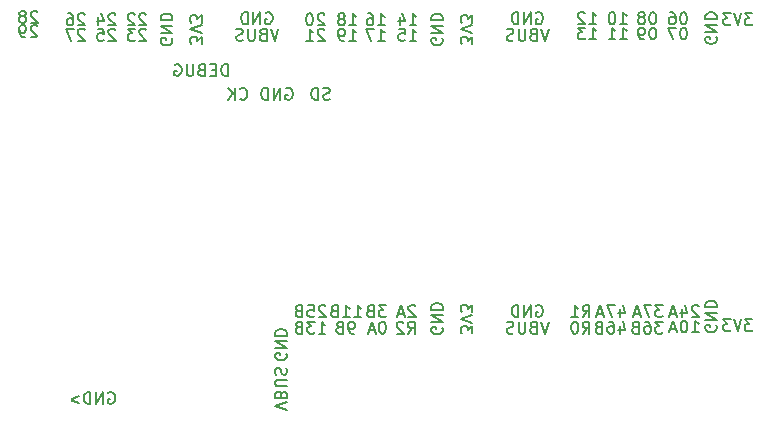
<source format=gbo>
G04 #@! TF.GenerationSoftware,KiCad,Pcbnew,(6.0.7)*
G04 #@! TF.CreationDate,2022-09-05T12:55:51-07:00*
G04 #@! TF.ProjectId,ice2040,69636532-3034-4302-9e6b-696361645f70,1*
G04 #@! TF.SameCoordinates,Original*
G04 #@! TF.FileFunction,Legend,Bot*
G04 #@! TF.FilePolarity,Positive*
%FSLAX46Y46*%
G04 Gerber Fmt 4.6, Leading zero omitted, Abs format (unit mm)*
G04 Created by KiCad (PCBNEW (6.0.7)) date 2022-09-05 12:55:51*
%MOMM*%
%LPD*%
G01*
G04 APERTURE LIST*
%ADD10C,0.150000*%
%ADD11C,0.127000*%
%ADD12C,1.450000*%
%ADD13O,1.200000X1.900000*%
%ADD14R,1.700000X1.700000*%
%ADD15O,1.700000X1.700000*%
%ADD16C,2.200000*%
%ADD17O,1.900000X1.200000*%
G04 APERTURE END LIST*
D10*
X131981904Y-94380000D02*
X132077142Y-94332380D01*
X132220000Y-94332380D01*
X132362857Y-94380000D01*
X132458095Y-94475238D01*
X132505714Y-94570476D01*
X132553333Y-94760952D01*
X132553333Y-94903809D01*
X132505714Y-95094285D01*
X132458095Y-95189523D01*
X132362857Y-95284761D01*
X132220000Y-95332380D01*
X132124761Y-95332380D01*
X131981904Y-95284761D01*
X131934285Y-95237142D01*
X131934285Y-94903809D01*
X132124761Y-94903809D01*
X131505714Y-95332380D02*
X131505714Y-94332380D01*
X130934285Y-95332380D01*
X130934285Y-94332380D01*
X130458095Y-95332380D02*
X130458095Y-94332380D01*
X130220000Y-94332380D01*
X130077142Y-94380000D01*
X129981904Y-94475238D01*
X129934285Y-94570476D01*
X129886666Y-94760952D01*
X129886666Y-94903809D01*
X129934285Y-95094285D01*
X129981904Y-95189523D01*
X130077142Y-95284761D01*
X130220000Y-95332380D01*
X130458095Y-95332380D01*
X157660595Y-90232380D02*
X158232023Y-90232380D01*
X157946309Y-90232380D02*
X157946309Y-89232380D01*
X158041547Y-89375238D01*
X158136785Y-89470476D01*
X158232023Y-89518095D01*
X157327261Y-89232380D02*
X156708214Y-89232380D01*
X157041547Y-89613333D01*
X156898690Y-89613333D01*
X156803452Y-89660952D01*
X156755833Y-89708571D01*
X156708214Y-89803809D01*
X156708214Y-90041904D01*
X156755833Y-90137142D01*
X156803452Y-90184761D01*
X156898690Y-90232380D01*
X157184404Y-90232380D01*
X157279642Y-90184761D01*
X157327261Y-90137142D01*
X139760595Y-90332380D02*
X140332023Y-90332380D01*
X140046309Y-90332380D02*
X140046309Y-89332380D01*
X140141547Y-89475238D01*
X140236785Y-89570476D01*
X140332023Y-89618095D01*
X139427261Y-89332380D02*
X138760595Y-89332380D01*
X139189166Y-90332380D01*
X117532023Y-88127619D02*
X117484404Y-88080000D01*
X117389166Y-88032380D01*
X117151071Y-88032380D01*
X117055833Y-88080000D01*
X117008214Y-88127619D01*
X116960595Y-88222857D01*
X116960595Y-88318095D01*
X117008214Y-88460952D01*
X117579642Y-89032380D01*
X116960595Y-89032380D01*
X116103452Y-88365714D02*
X116103452Y-89032380D01*
X116341547Y-87984761D02*
X116579642Y-88699047D01*
X115960595Y-88699047D01*
X153181904Y-87980000D02*
X153277142Y-87932380D01*
X153420000Y-87932380D01*
X153562857Y-87980000D01*
X153658095Y-88075238D01*
X153705714Y-88170476D01*
X153753333Y-88360952D01*
X153753333Y-88503809D01*
X153705714Y-88694285D01*
X153658095Y-88789523D01*
X153562857Y-88884761D01*
X153420000Y-88932380D01*
X153324761Y-88932380D01*
X153181904Y-88884761D01*
X153134285Y-88837142D01*
X153134285Y-88503809D01*
X153324761Y-88503809D01*
X152705714Y-88932380D02*
X152705714Y-87932380D01*
X152134285Y-88932380D01*
X152134285Y-87932380D01*
X151658095Y-88932380D02*
X151658095Y-87932380D01*
X151420000Y-87932380D01*
X151277142Y-87980000D01*
X151181904Y-88075238D01*
X151134285Y-88170476D01*
X151086666Y-88360952D01*
X151086666Y-88503809D01*
X151134285Y-88694285D01*
X151181904Y-88789523D01*
X151277142Y-88884761D01*
X151420000Y-88932380D01*
X151658095Y-88932380D01*
X157660595Y-88932380D02*
X158232023Y-88932380D01*
X157946309Y-88932380D02*
X157946309Y-87932380D01*
X158041547Y-88075238D01*
X158136785Y-88170476D01*
X158232023Y-88218095D01*
X157279642Y-88027619D02*
X157232023Y-87980000D01*
X157136785Y-87932380D01*
X156898690Y-87932380D01*
X156803452Y-87980000D01*
X156755833Y-88027619D01*
X156708214Y-88122857D01*
X156708214Y-88218095D01*
X156755833Y-88360952D01*
X157327261Y-88932380D01*
X156708214Y-88932380D01*
X163879642Y-114132380D02*
X163260595Y-114132380D01*
X163593928Y-114513333D01*
X163451071Y-114513333D01*
X163355833Y-114560952D01*
X163308214Y-114608571D01*
X163260595Y-114703809D01*
X163260595Y-114941904D01*
X163308214Y-115037142D01*
X163355833Y-115084761D01*
X163451071Y-115132380D01*
X163736785Y-115132380D01*
X163832023Y-115084761D01*
X163879642Y-115037142D01*
X162403452Y-114132380D02*
X162593928Y-114132380D01*
X162689166Y-114180000D01*
X162736785Y-114227619D01*
X162832023Y-114370476D01*
X162879642Y-114560952D01*
X162879642Y-114941904D01*
X162832023Y-115037142D01*
X162784404Y-115084761D01*
X162689166Y-115132380D01*
X162498690Y-115132380D01*
X162403452Y-115084761D01*
X162355833Y-115037142D01*
X162308214Y-114941904D01*
X162308214Y-114703809D01*
X162355833Y-114608571D01*
X162403452Y-114560952D01*
X162498690Y-114513333D01*
X162689166Y-114513333D01*
X162784404Y-114560952D01*
X162832023Y-114608571D01*
X162879642Y-114703809D01*
X161546309Y-114608571D02*
X161403452Y-114656190D01*
X161355833Y-114703809D01*
X161308214Y-114799047D01*
X161308214Y-114941904D01*
X161355833Y-115037142D01*
X161403452Y-115084761D01*
X161498690Y-115132380D01*
X161879642Y-115132380D01*
X161879642Y-114132380D01*
X161546309Y-114132380D01*
X161451071Y-114180000D01*
X161403452Y-114227619D01*
X161355833Y-114322857D01*
X161355833Y-114418095D01*
X161403452Y-114513333D01*
X161451071Y-114560952D01*
X161546309Y-114608571D01*
X161879642Y-114608571D01*
X163879642Y-112732380D02*
X163260595Y-112732380D01*
X163593928Y-113113333D01*
X163451071Y-113113333D01*
X163355833Y-113160952D01*
X163308214Y-113208571D01*
X163260595Y-113303809D01*
X163260595Y-113541904D01*
X163308214Y-113637142D01*
X163355833Y-113684761D01*
X163451071Y-113732380D01*
X163736785Y-113732380D01*
X163832023Y-113684761D01*
X163879642Y-113637142D01*
X162927261Y-112732380D02*
X162260595Y-112732380D01*
X162689166Y-113732380D01*
X161927261Y-113446666D02*
X161451071Y-113446666D01*
X162022500Y-113732380D02*
X161689166Y-112732380D01*
X161355833Y-113732380D01*
X124867619Y-90618095D02*
X124867619Y-89999047D01*
X124486666Y-90332380D01*
X124486666Y-90189523D01*
X124439047Y-90094285D01*
X124391428Y-90046666D01*
X124296190Y-89999047D01*
X124058095Y-89999047D01*
X123962857Y-90046666D01*
X123915238Y-90094285D01*
X123867619Y-90189523D01*
X123867619Y-90475238D01*
X123915238Y-90570476D01*
X123962857Y-90618095D01*
X124867619Y-89713333D02*
X123867619Y-89380000D01*
X124867619Y-89046666D01*
X124867619Y-88808571D02*
X124867619Y-88189523D01*
X124486666Y-88522857D01*
X124486666Y-88380000D01*
X124439047Y-88284761D01*
X124391428Y-88237142D01*
X124296190Y-88189523D01*
X124058095Y-88189523D01*
X123962857Y-88237142D01*
X123915238Y-88284761D01*
X123867619Y-88380000D01*
X123867619Y-88665714D01*
X123915238Y-88760952D01*
X123962857Y-88808571D01*
X147767619Y-90618095D02*
X147767619Y-89999047D01*
X147386666Y-90332380D01*
X147386666Y-90189523D01*
X147339047Y-90094285D01*
X147291428Y-90046666D01*
X147196190Y-89999047D01*
X146958095Y-89999047D01*
X146862857Y-90046666D01*
X146815238Y-90094285D01*
X146767619Y-90189523D01*
X146767619Y-90475238D01*
X146815238Y-90570476D01*
X146862857Y-90618095D01*
X147767619Y-89713333D02*
X146767619Y-89380000D01*
X147767619Y-89046666D01*
X147767619Y-88808571D02*
X147767619Y-88189523D01*
X147386666Y-88522857D01*
X147386666Y-88380000D01*
X147339047Y-88284761D01*
X147291428Y-88237142D01*
X147196190Y-88189523D01*
X146958095Y-88189523D01*
X146862857Y-88237142D01*
X146815238Y-88284761D01*
X146767619Y-88380000D01*
X146767619Y-88665714D01*
X146815238Y-88760952D01*
X146862857Y-88808571D01*
X154253333Y-114132380D02*
X153920000Y-115132380D01*
X153586666Y-114132380D01*
X152920000Y-114608571D02*
X152777142Y-114656190D01*
X152729523Y-114703809D01*
X152681904Y-114799047D01*
X152681904Y-114941904D01*
X152729523Y-115037142D01*
X152777142Y-115084761D01*
X152872380Y-115132380D01*
X153253333Y-115132380D01*
X153253333Y-114132380D01*
X152920000Y-114132380D01*
X152824761Y-114180000D01*
X152777142Y-114227619D01*
X152729523Y-114322857D01*
X152729523Y-114418095D01*
X152777142Y-114513333D01*
X152824761Y-114560952D01*
X152920000Y-114608571D01*
X153253333Y-114608571D01*
X152253333Y-114132380D02*
X152253333Y-114941904D01*
X152205714Y-115037142D01*
X152158095Y-115084761D01*
X152062857Y-115132380D01*
X151872380Y-115132380D01*
X151777142Y-115084761D01*
X151729523Y-115037142D01*
X151681904Y-114941904D01*
X151681904Y-114132380D01*
X151253333Y-115084761D02*
X151110476Y-115132380D01*
X150872380Y-115132380D01*
X150777142Y-115084761D01*
X150729523Y-115037142D01*
X150681904Y-114941904D01*
X150681904Y-114846666D01*
X150729523Y-114751428D01*
X150777142Y-114703809D01*
X150872380Y-114656190D01*
X151062857Y-114608571D01*
X151158095Y-114560952D01*
X151205714Y-114513333D01*
X151253333Y-114418095D01*
X151253333Y-114322857D01*
X151205714Y-114227619D01*
X151158095Y-114180000D01*
X151062857Y-114132380D01*
X150824761Y-114132380D01*
X150681904Y-114180000D01*
X114932023Y-88127619D02*
X114884404Y-88080000D01*
X114789166Y-88032380D01*
X114551071Y-88032380D01*
X114455833Y-88080000D01*
X114408214Y-88127619D01*
X114360595Y-88222857D01*
X114360595Y-88318095D01*
X114408214Y-88460952D01*
X114979642Y-89032380D01*
X114360595Y-89032380D01*
X113503452Y-88032380D02*
X113693928Y-88032380D01*
X113789166Y-88080000D01*
X113836785Y-88127619D01*
X113932023Y-88270476D01*
X113979642Y-88460952D01*
X113979642Y-88841904D01*
X113932023Y-88937142D01*
X113884404Y-88984761D01*
X113789166Y-89032380D01*
X113598690Y-89032380D01*
X113503452Y-88984761D01*
X113455833Y-88937142D01*
X113408214Y-88841904D01*
X113408214Y-88603809D01*
X113455833Y-88508571D01*
X113503452Y-88460952D01*
X113598690Y-88413333D01*
X113789166Y-88413333D01*
X113884404Y-88460952D01*
X113932023Y-88508571D01*
X113979642Y-88603809D01*
X157112976Y-115132380D02*
X157446309Y-114656190D01*
X157684404Y-115132380D02*
X157684404Y-114132380D01*
X157303452Y-114132380D01*
X157208214Y-114180000D01*
X157160595Y-114227619D01*
X157112976Y-114322857D01*
X157112976Y-114465714D01*
X157160595Y-114560952D01*
X157208214Y-114608571D01*
X157303452Y-114656190D01*
X157684404Y-114656190D01*
X156493928Y-114132380D02*
X156398690Y-114132380D01*
X156303452Y-114180000D01*
X156255833Y-114227619D01*
X156208214Y-114322857D01*
X156160595Y-114513333D01*
X156160595Y-114751428D01*
X156208214Y-114941904D01*
X156255833Y-115037142D01*
X156303452Y-115084761D01*
X156398690Y-115132380D01*
X156493928Y-115132380D01*
X156589166Y-115084761D01*
X156636785Y-115037142D01*
X156684404Y-114941904D01*
X156732023Y-114751428D01*
X156732023Y-114513333D01*
X156684404Y-114322857D01*
X156636785Y-114227619D01*
X156589166Y-114180000D01*
X156493928Y-114132380D01*
X160260595Y-90232380D02*
X160832023Y-90232380D01*
X160546309Y-90232380D02*
X160546309Y-89232380D01*
X160641547Y-89375238D01*
X160736785Y-89470476D01*
X160832023Y-89518095D01*
X159308214Y-90232380D02*
X159879642Y-90232380D01*
X159593928Y-90232380D02*
X159593928Y-89232380D01*
X159689166Y-89375238D01*
X159784404Y-89470476D01*
X159879642Y-89518095D01*
X168420000Y-90041904D02*
X168467619Y-90137142D01*
X168467619Y-90280000D01*
X168420000Y-90422857D01*
X168324761Y-90518095D01*
X168229523Y-90565714D01*
X168039047Y-90613333D01*
X167896190Y-90613333D01*
X167705714Y-90565714D01*
X167610476Y-90518095D01*
X167515238Y-90422857D01*
X167467619Y-90280000D01*
X167467619Y-90184761D01*
X167515238Y-90041904D01*
X167562857Y-89994285D01*
X167896190Y-89994285D01*
X167896190Y-90184761D01*
X167467619Y-89565714D02*
X168467619Y-89565714D01*
X167467619Y-88994285D01*
X168467619Y-88994285D01*
X167467619Y-88518095D02*
X168467619Y-88518095D01*
X168467619Y-88280000D01*
X168420000Y-88137142D01*
X168324761Y-88041904D01*
X168229523Y-87994285D01*
X168039047Y-87946666D01*
X167896190Y-87946666D01*
X167705714Y-87994285D01*
X167610476Y-88041904D01*
X167515238Y-88137142D01*
X167467619Y-88280000D01*
X167467619Y-88518095D01*
X142312976Y-115132380D02*
X142646309Y-114656190D01*
X142884404Y-115132380D02*
X142884404Y-114132380D01*
X142503452Y-114132380D01*
X142408214Y-114180000D01*
X142360595Y-114227619D01*
X142312976Y-114322857D01*
X142312976Y-114465714D01*
X142360595Y-114560952D01*
X142408214Y-114608571D01*
X142503452Y-114656190D01*
X142884404Y-114656190D01*
X141932023Y-114227619D02*
X141884404Y-114180000D01*
X141789166Y-114132380D01*
X141551071Y-114132380D01*
X141455833Y-114180000D01*
X141408214Y-114227619D01*
X141360595Y-114322857D01*
X141360595Y-114418095D01*
X141408214Y-114560952D01*
X141979642Y-115132380D01*
X141360595Y-115132380D01*
X132067619Y-121613333D02*
X131067619Y-121280000D01*
X132067619Y-120946666D01*
X131591428Y-120280000D02*
X131543809Y-120137142D01*
X131496190Y-120089523D01*
X131400952Y-120041904D01*
X131258095Y-120041904D01*
X131162857Y-120089523D01*
X131115238Y-120137142D01*
X131067619Y-120232380D01*
X131067619Y-120613333D01*
X132067619Y-120613333D01*
X132067619Y-120280000D01*
X132020000Y-120184761D01*
X131972380Y-120137142D01*
X131877142Y-120089523D01*
X131781904Y-120089523D01*
X131686666Y-120137142D01*
X131639047Y-120184761D01*
X131591428Y-120280000D01*
X131591428Y-120613333D01*
X132067619Y-119613333D02*
X131258095Y-119613333D01*
X131162857Y-119565714D01*
X131115238Y-119518095D01*
X131067619Y-119422857D01*
X131067619Y-119232380D01*
X131115238Y-119137142D01*
X131162857Y-119089523D01*
X131258095Y-119041904D01*
X132067619Y-119041904D01*
X131115238Y-118613333D02*
X131067619Y-118470476D01*
X131067619Y-118232380D01*
X131115238Y-118137142D01*
X131162857Y-118089523D01*
X131258095Y-118041904D01*
X131353333Y-118041904D01*
X131448571Y-118089523D01*
X131496190Y-118137142D01*
X131543809Y-118232380D01*
X131591428Y-118422857D01*
X131639047Y-118518095D01*
X131686666Y-118565714D01*
X131781904Y-118613333D01*
X131877142Y-118613333D01*
X131972380Y-118565714D01*
X132020000Y-118518095D01*
X132067619Y-118422857D01*
X132067619Y-118184761D01*
X132020000Y-118041904D01*
X122320000Y-90141904D02*
X122367619Y-90237142D01*
X122367619Y-90380000D01*
X122320000Y-90522857D01*
X122224761Y-90618095D01*
X122129523Y-90665714D01*
X121939047Y-90713333D01*
X121796190Y-90713333D01*
X121605714Y-90665714D01*
X121510476Y-90618095D01*
X121415238Y-90522857D01*
X121367619Y-90380000D01*
X121367619Y-90284761D01*
X121415238Y-90141904D01*
X121462857Y-90094285D01*
X121796190Y-90094285D01*
X121796190Y-90284761D01*
X121367619Y-89665714D02*
X122367619Y-89665714D01*
X121367619Y-89094285D01*
X122367619Y-89094285D01*
X121367619Y-88618095D02*
X122367619Y-88618095D01*
X122367619Y-88380000D01*
X122320000Y-88237142D01*
X122224761Y-88141904D01*
X122129523Y-88094285D01*
X121939047Y-88046666D01*
X121796190Y-88046666D01*
X121605714Y-88094285D01*
X121510476Y-88141904D01*
X121415238Y-88237142D01*
X121367619Y-88380000D01*
X121367619Y-88618095D01*
X135705714Y-95284761D02*
X135562857Y-95332380D01*
X135324761Y-95332380D01*
X135229523Y-95284761D01*
X135181904Y-95237142D01*
X135134285Y-95141904D01*
X135134285Y-95046666D01*
X135181904Y-94951428D01*
X135229523Y-94903809D01*
X135324761Y-94856190D01*
X135515238Y-94808571D01*
X135610476Y-94760952D01*
X135658095Y-94713333D01*
X135705714Y-94618095D01*
X135705714Y-94522857D01*
X135658095Y-94427619D01*
X135610476Y-94380000D01*
X135515238Y-94332380D01*
X135277142Y-94332380D01*
X135134285Y-94380000D01*
X134705714Y-95332380D02*
X134705714Y-94332380D01*
X134467619Y-94332380D01*
X134324761Y-94380000D01*
X134229523Y-94475238D01*
X134181904Y-94570476D01*
X134134285Y-94760952D01*
X134134285Y-94903809D01*
X134181904Y-95094285D01*
X134229523Y-95189523D01*
X134324761Y-95284761D01*
X134467619Y-95332380D01*
X134705714Y-95332380D01*
X127058095Y-93332380D02*
X127058095Y-92332380D01*
X126820000Y-92332380D01*
X126677142Y-92380000D01*
X126581904Y-92475238D01*
X126534285Y-92570476D01*
X126486666Y-92760952D01*
X126486666Y-92903809D01*
X126534285Y-93094285D01*
X126581904Y-93189523D01*
X126677142Y-93284761D01*
X126820000Y-93332380D01*
X127058095Y-93332380D01*
X126058095Y-92808571D02*
X125724761Y-92808571D01*
X125581904Y-93332380D02*
X126058095Y-93332380D01*
X126058095Y-92332380D01*
X125581904Y-92332380D01*
X124820000Y-92808571D02*
X124677142Y-92856190D01*
X124629523Y-92903809D01*
X124581904Y-92999047D01*
X124581904Y-93141904D01*
X124629523Y-93237142D01*
X124677142Y-93284761D01*
X124772380Y-93332380D01*
X125153333Y-93332380D01*
X125153333Y-92332380D01*
X124820000Y-92332380D01*
X124724761Y-92380000D01*
X124677142Y-92427619D01*
X124629523Y-92522857D01*
X124629523Y-92618095D01*
X124677142Y-92713333D01*
X124724761Y-92760952D01*
X124820000Y-92808571D01*
X125153333Y-92808571D01*
X124153333Y-92332380D02*
X124153333Y-93141904D01*
X124105714Y-93237142D01*
X124058095Y-93284761D01*
X123962857Y-93332380D01*
X123772380Y-93332380D01*
X123677142Y-93284761D01*
X123629523Y-93237142D01*
X123581904Y-93141904D01*
X123581904Y-92332380D01*
X122581904Y-92380000D02*
X122677142Y-92332380D01*
X122820000Y-92332380D01*
X122962857Y-92380000D01*
X123058095Y-92475238D01*
X123105714Y-92570476D01*
X123153333Y-92760952D01*
X123153333Y-92903809D01*
X123105714Y-93094285D01*
X123058095Y-93189523D01*
X122962857Y-93284761D01*
X122820000Y-93332380D01*
X122724761Y-93332380D01*
X122581904Y-93284761D01*
X122534285Y-93237142D01*
X122534285Y-92903809D01*
X122724761Y-92903809D01*
X137360595Y-90332380D02*
X137932023Y-90332380D01*
X137646309Y-90332380D02*
X137646309Y-89332380D01*
X137741547Y-89475238D01*
X137836785Y-89570476D01*
X137932023Y-89618095D01*
X136884404Y-90332380D02*
X136693928Y-90332380D01*
X136598690Y-90284761D01*
X136551071Y-90237142D01*
X136455833Y-90094285D01*
X136408214Y-89903809D01*
X136408214Y-89522857D01*
X136455833Y-89427619D01*
X136503452Y-89380000D01*
X136598690Y-89332380D01*
X136789166Y-89332380D01*
X136884404Y-89380000D01*
X136932023Y-89427619D01*
X136979642Y-89522857D01*
X136979642Y-89760952D01*
X136932023Y-89856190D01*
X136884404Y-89903809D01*
X136789166Y-89951428D01*
X136598690Y-89951428D01*
X136503452Y-89903809D01*
X136455833Y-89856190D01*
X136408214Y-89760952D01*
X165693928Y-89232380D02*
X165598690Y-89232380D01*
X165503452Y-89280000D01*
X165455833Y-89327619D01*
X165408214Y-89422857D01*
X165360595Y-89613333D01*
X165360595Y-89851428D01*
X165408214Y-90041904D01*
X165455833Y-90137142D01*
X165503452Y-90184761D01*
X165598690Y-90232380D01*
X165693928Y-90232380D01*
X165789166Y-90184761D01*
X165836785Y-90137142D01*
X165884404Y-90041904D01*
X165932023Y-89851428D01*
X165932023Y-89613333D01*
X165884404Y-89422857D01*
X165836785Y-89327619D01*
X165789166Y-89280000D01*
X165693928Y-89232380D01*
X165027261Y-89232380D02*
X164360595Y-89232380D01*
X164789166Y-90232380D01*
X117532023Y-89427619D02*
X117484404Y-89380000D01*
X117389166Y-89332380D01*
X117151071Y-89332380D01*
X117055833Y-89380000D01*
X117008214Y-89427619D01*
X116960595Y-89522857D01*
X116960595Y-89618095D01*
X117008214Y-89760952D01*
X117579642Y-90332380D01*
X116960595Y-90332380D01*
X116055833Y-89332380D02*
X116532023Y-89332380D01*
X116579642Y-89808571D01*
X116532023Y-89760952D01*
X116436785Y-89713333D01*
X116198690Y-89713333D01*
X116103452Y-89760952D01*
X116055833Y-89808571D01*
X116008214Y-89903809D01*
X116008214Y-90141904D01*
X116055833Y-90237142D01*
X116103452Y-90284761D01*
X116198690Y-90332380D01*
X116436785Y-90332380D01*
X116532023Y-90284761D01*
X116579642Y-90237142D01*
X110932023Y-87927619D02*
X110884404Y-87880000D01*
X110789166Y-87832380D01*
X110551071Y-87832380D01*
X110455833Y-87880000D01*
X110408214Y-87927619D01*
X110360595Y-88022857D01*
X110360595Y-88118095D01*
X110408214Y-88260952D01*
X110979642Y-88832380D01*
X110360595Y-88832380D01*
X109789166Y-88260952D02*
X109884404Y-88213333D01*
X109932023Y-88165714D01*
X109979642Y-88070476D01*
X109979642Y-88022857D01*
X109932023Y-87927619D01*
X109884404Y-87880000D01*
X109789166Y-87832380D01*
X109598690Y-87832380D01*
X109503452Y-87880000D01*
X109455833Y-87927619D01*
X109408214Y-88022857D01*
X109408214Y-88070476D01*
X109455833Y-88165714D01*
X109503452Y-88213333D01*
X109598690Y-88260952D01*
X109789166Y-88260952D01*
X109884404Y-88308571D01*
X109932023Y-88356190D01*
X109979642Y-88451428D01*
X109979642Y-88641904D01*
X109932023Y-88737142D01*
X109884404Y-88784761D01*
X109789166Y-88832380D01*
X109598690Y-88832380D01*
X109503452Y-88784761D01*
X109455833Y-88737142D01*
X109408214Y-88641904D01*
X109408214Y-88451428D01*
X109455833Y-88356190D01*
X109503452Y-88308571D01*
X109598690Y-88260952D01*
X145220000Y-90141904D02*
X145267619Y-90237142D01*
X145267619Y-90380000D01*
X145220000Y-90522857D01*
X145124761Y-90618095D01*
X145029523Y-90665714D01*
X144839047Y-90713333D01*
X144696190Y-90713333D01*
X144505714Y-90665714D01*
X144410476Y-90618095D01*
X144315238Y-90522857D01*
X144267619Y-90380000D01*
X144267619Y-90284761D01*
X144315238Y-90141904D01*
X144362857Y-90094285D01*
X144696190Y-90094285D01*
X144696190Y-90284761D01*
X144267619Y-89665714D02*
X145267619Y-89665714D01*
X144267619Y-89094285D01*
X145267619Y-89094285D01*
X144267619Y-88618095D02*
X145267619Y-88618095D01*
X145267619Y-88380000D01*
X145220000Y-88237142D01*
X145124761Y-88141904D01*
X145029523Y-88094285D01*
X144839047Y-88046666D01*
X144696190Y-88046666D01*
X144505714Y-88094285D01*
X144410476Y-88141904D01*
X144315238Y-88237142D01*
X144267619Y-88380000D01*
X144267619Y-88618095D01*
X110932023Y-89127619D02*
X110884404Y-89080000D01*
X110789166Y-89032380D01*
X110551071Y-89032380D01*
X110455833Y-89080000D01*
X110408214Y-89127619D01*
X110360595Y-89222857D01*
X110360595Y-89318095D01*
X110408214Y-89460952D01*
X110979642Y-90032380D01*
X110360595Y-90032380D01*
X109884404Y-90032380D02*
X109693928Y-90032380D01*
X109598690Y-89984761D01*
X109551071Y-89937142D01*
X109455833Y-89794285D01*
X109408214Y-89603809D01*
X109408214Y-89222857D01*
X109455833Y-89127619D01*
X109503452Y-89080000D01*
X109598690Y-89032380D01*
X109789166Y-89032380D01*
X109884404Y-89080000D01*
X109932023Y-89127619D01*
X109979642Y-89222857D01*
X109979642Y-89460952D01*
X109932023Y-89556190D01*
X109884404Y-89603809D01*
X109789166Y-89651428D01*
X109598690Y-89651428D01*
X109503452Y-89603809D01*
X109455833Y-89556190D01*
X109408214Y-89460952D01*
X132020000Y-116841904D02*
X132067619Y-116937142D01*
X132067619Y-117080000D01*
X132020000Y-117222857D01*
X131924761Y-117318095D01*
X131829523Y-117365714D01*
X131639047Y-117413333D01*
X131496190Y-117413333D01*
X131305714Y-117365714D01*
X131210476Y-117318095D01*
X131115238Y-117222857D01*
X131067619Y-117080000D01*
X131067619Y-116984761D01*
X131115238Y-116841904D01*
X131162857Y-116794285D01*
X131496190Y-116794285D01*
X131496190Y-116984761D01*
X131067619Y-116365714D02*
X132067619Y-116365714D01*
X131067619Y-115794285D01*
X132067619Y-115794285D01*
X131067619Y-115318095D02*
X132067619Y-115318095D01*
X132067619Y-115080000D01*
X132020000Y-114937142D01*
X131924761Y-114841904D01*
X131829523Y-114794285D01*
X131639047Y-114746666D01*
X131496190Y-114746666D01*
X131305714Y-114794285D01*
X131210476Y-114841904D01*
X131115238Y-114937142D01*
X131067619Y-115080000D01*
X131067619Y-115318095D01*
X160255833Y-113065714D02*
X160255833Y-113732380D01*
X160493928Y-112684761D02*
X160732023Y-113399047D01*
X160112976Y-113399047D01*
X159827261Y-112732380D02*
X159160595Y-112732380D01*
X159589166Y-113732380D01*
X158827261Y-113446666D02*
X158351071Y-113446666D01*
X158922500Y-113732380D02*
X158589166Y-112732380D01*
X158255833Y-113732380D01*
X137360595Y-89032380D02*
X137932023Y-89032380D01*
X137646309Y-89032380D02*
X137646309Y-88032380D01*
X137741547Y-88175238D01*
X137836785Y-88270476D01*
X137932023Y-88318095D01*
X136789166Y-88460952D02*
X136884404Y-88413333D01*
X136932023Y-88365714D01*
X136979642Y-88270476D01*
X136979642Y-88222857D01*
X136932023Y-88127619D01*
X136884404Y-88080000D01*
X136789166Y-88032380D01*
X136598690Y-88032380D01*
X136503452Y-88080000D01*
X136455833Y-88127619D01*
X136408214Y-88222857D01*
X136408214Y-88270476D01*
X136455833Y-88365714D01*
X136503452Y-88413333D01*
X136598690Y-88460952D01*
X136789166Y-88460952D01*
X136884404Y-88508571D01*
X136932023Y-88556190D01*
X136979642Y-88651428D01*
X136979642Y-88841904D01*
X136932023Y-88937142D01*
X136884404Y-88984761D01*
X136789166Y-89032380D01*
X136598690Y-89032380D01*
X136503452Y-88984761D01*
X136455833Y-88937142D01*
X136408214Y-88841904D01*
X136408214Y-88651428D01*
X136455833Y-88556190D01*
X136503452Y-88508571D01*
X136598690Y-88460952D01*
X154253333Y-89332380D02*
X153920000Y-90332380D01*
X153586666Y-89332380D01*
X152920000Y-89808571D02*
X152777142Y-89856190D01*
X152729523Y-89903809D01*
X152681904Y-89999047D01*
X152681904Y-90141904D01*
X152729523Y-90237142D01*
X152777142Y-90284761D01*
X152872380Y-90332380D01*
X153253333Y-90332380D01*
X153253333Y-89332380D01*
X152920000Y-89332380D01*
X152824761Y-89380000D01*
X152777142Y-89427619D01*
X152729523Y-89522857D01*
X152729523Y-89618095D01*
X152777142Y-89713333D01*
X152824761Y-89760952D01*
X152920000Y-89808571D01*
X153253333Y-89808571D01*
X152253333Y-89332380D02*
X152253333Y-90141904D01*
X152205714Y-90237142D01*
X152158095Y-90284761D01*
X152062857Y-90332380D01*
X151872380Y-90332380D01*
X151777142Y-90284761D01*
X151729523Y-90237142D01*
X151681904Y-90141904D01*
X151681904Y-89332380D01*
X151253333Y-90284761D02*
X151110476Y-90332380D01*
X150872380Y-90332380D01*
X150777142Y-90284761D01*
X150729523Y-90237142D01*
X150681904Y-90141904D01*
X150681904Y-90046666D01*
X150729523Y-89951428D01*
X150777142Y-89903809D01*
X150872380Y-89856190D01*
X151062857Y-89808571D01*
X151158095Y-89760952D01*
X151205714Y-89713333D01*
X151253333Y-89618095D01*
X151253333Y-89522857D01*
X151205714Y-89427619D01*
X151158095Y-89380000D01*
X151062857Y-89332380D01*
X150824761Y-89332380D01*
X150681904Y-89380000D01*
X139760595Y-89032380D02*
X140332023Y-89032380D01*
X140046309Y-89032380D02*
X140046309Y-88032380D01*
X140141547Y-88175238D01*
X140236785Y-88270476D01*
X140332023Y-88318095D01*
X138903452Y-88032380D02*
X139093928Y-88032380D01*
X139189166Y-88080000D01*
X139236785Y-88127619D01*
X139332023Y-88270476D01*
X139379642Y-88460952D01*
X139379642Y-88841904D01*
X139332023Y-88937142D01*
X139284404Y-88984761D01*
X139189166Y-89032380D01*
X138998690Y-89032380D01*
X138903452Y-88984761D01*
X138855833Y-88937142D01*
X138808214Y-88841904D01*
X138808214Y-88603809D01*
X138855833Y-88508571D01*
X138903452Y-88460952D01*
X138998690Y-88413333D01*
X139189166Y-88413333D01*
X139284404Y-88460952D01*
X139332023Y-88508571D01*
X139379642Y-88603809D01*
X160260595Y-88932380D02*
X160832023Y-88932380D01*
X160546309Y-88932380D02*
X160546309Y-87932380D01*
X160641547Y-88075238D01*
X160736785Y-88170476D01*
X160832023Y-88218095D01*
X159641547Y-87932380D02*
X159546309Y-87932380D01*
X159451071Y-87980000D01*
X159403452Y-88027619D01*
X159355833Y-88122857D01*
X159308214Y-88313333D01*
X159308214Y-88551428D01*
X159355833Y-88741904D01*
X159403452Y-88837142D01*
X159451071Y-88884761D01*
X159546309Y-88932380D01*
X159641547Y-88932380D01*
X159736785Y-88884761D01*
X159784404Y-88837142D01*
X159832023Y-88741904D01*
X159879642Y-88551428D01*
X159879642Y-88313333D01*
X159832023Y-88122857D01*
X159784404Y-88027619D01*
X159736785Y-87980000D01*
X159641547Y-87932380D01*
X142460595Y-89032380D02*
X143032023Y-89032380D01*
X142746309Y-89032380D02*
X142746309Y-88032380D01*
X142841547Y-88175238D01*
X142936785Y-88270476D01*
X143032023Y-88318095D01*
X141603452Y-88365714D02*
X141603452Y-89032380D01*
X141841547Y-87984761D02*
X142079642Y-88699047D01*
X141460595Y-88699047D01*
X163093928Y-87932380D02*
X162998690Y-87932380D01*
X162903452Y-87980000D01*
X162855833Y-88027619D01*
X162808214Y-88122857D01*
X162760595Y-88313333D01*
X162760595Y-88551428D01*
X162808214Y-88741904D01*
X162855833Y-88837142D01*
X162903452Y-88884761D01*
X162998690Y-88932380D01*
X163093928Y-88932380D01*
X163189166Y-88884761D01*
X163236785Y-88837142D01*
X163284404Y-88741904D01*
X163332023Y-88551428D01*
X163332023Y-88313333D01*
X163284404Y-88122857D01*
X163236785Y-88027619D01*
X163189166Y-87980000D01*
X163093928Y-87932380D01*
X162189166Y-88360952D02*
X162284404Y-88313333D01*
X162332023Y-88265714D01*
X162379642Y-88170476D01*
X162379642Y-88122857D01*
X162332023Y-88027619D01*
X162284404Y-87980000D01*
X162189166Y-87932380D01*
X161998690Y-87932380D01*
X161903452Y-87980000D01*
X161855833Y-88027619D01*
X161808214Y-88122857D01*
X161808214Y-88170476D01*
X161855833Y-88265714D01*
X161903452Y-88313333D01*
X161998690Y-88360952D01*
X162189166Y-88360952D01*
X162284404Y-88408571D01*
X162332023Y-88456190D01*
X162379642Y-88551428D01*
X162379642Y-88741904D01*
X162332023Y-88837142D01*
X162284404Y-88884761D01*
X162189166Y-88932380D01*
X161998690Y-88932380D01*
X161903452Y-88884761D01*
X161855833Y-88837142D01*
X161808214Y-88741904D01*
X161808214Y-88551428D01*
X161855833Y-88456190D01*
X161903452Y-88408571D01*
X161998690Y-88360952D01*
X153181904Y-112780000D02*
X153277142Y-112732380D01*
X153420000Y-112732380D01*
X153562857Y-112780000D01*
X153658095Y-112875238D01*
X153705714Y-112970476D01*
X153753333Y-113160952D01*
X153753333Y-113303809D01*
X153705714Y-113494285D01*
X153658095Y-113589523D01*
X153562857Y-113684761D01*
X153420000Y-113732380D01*
X153324761Y-113732380D01*
X153181904Y-113684761D01*
X153134285Y-113637142D01*
X153134285Y-113303809D01*
X153324761Y-113303809D01*
X152705714Y-113732380D02*
X152705714Y-112732380D01*
X152134285Y-113732380D01*
X152134285Y-112732380D01*
X151658095Y-113732380D02*
X151658095Y-112732380D01*
X151420000Y-112732380D01*
X151277142Y-112780000D01*
X151181904Y-112875238D01*
X151134285Y-112970476D01*
X151086666Y-113160952D01*
X151086666Y-113303809D01*
X151134285Y-113494285D01*
X151181904Y-113589523D01*
X151277142Y-113684761D01*
X151420000Y-113732380D01*
X151658095Y-113732380D01*
X120132023Y-88127619D02*
X120084404Y-88080000D01*
X119989166Y-88032380D01*
X119751071Y-88032380D01*
X119655833Y-88080000D01*
X119608214Y-88127619D01*
X119560595Y-88222857D01*
X119560595Y-88318095D01*
X119608214Y-88460952D01*
X120179642Y-89032380D01*
X119560595Y-89032380D01*
X119179642Y-88127619D02*
X119132023Y-88080000D01*
X119036785Y-88032380D01*
X118798690Y-88032380D01*
X118703452Y-88080000D01*
X118655833Y-88127619D01*
X118608214Y-88222857D01*
X118608214Y-88318095D01*
X118655833Y-88460952D01*
X119227261Y-89032380D01*
X118608214Y-89032380D01*
X142460595Y-90332380D02*
X143032023Y-90332380D01*
X142746309Y-90332380D02*
X142746309Y-89332380D01*
X142841547Y-89475238D01*
X142936785Y-89570476D01*
X143032023Y-89618095D01*
X141555833Y-89332380D02*
X142032023Y-89332380D01*
X142079642Y-89808571D01*
X142032023Y-89760952D01*
X141936785Y-89713333D01*
X141698690Y-89713333D01*
X141603452Y-89760952D01*
X141555833Y-89808571D01*
X141508214Y-89903809D01*
X141508214Y-90141904D01*
X141555833Y-90237142D01*
X141603452Y-90284761D01*
X141698690Y-90332380D01*
X141936785Y-90332380D01*
X142032023Y-90284761D01*
X142079642Y-90237142D01*
X135232023Y-88127619D02*
X135184404Y-88080000D01*
X135089166Y-88032380D01*
X134851071Y-88032380D01*
X134755833Y-88080000D01*
X134708214Y-88127619D01*
X134660595Y-88222857D01*
X134660595Y-88318095D01*
X134708214Y-88460952D01*
X135279642Y-89032380D01*
X134660595Y-89032380D01*
X134041547Y-88032380D02*
X133946309Y-88032380D01*
X133851071Y-88080000D01*
X133803452Y-88127619D01*
X133755833Y-88222857D01*
X133708214Y-88413333D01*
X133708214Y-88651428D01*
X133755833Y-88841904D01*
X133803452Y-88937142D01*
X133851071Y-88984761D01*
X133946309Y-89032380D01*
X134041547Y-89032380D01*
X134136785Y-88984761D01*
X134184404Y-88937142D01*
X134232023Y-88841904D01*
X134279642Y-88651428D01*
X134279642Y-88413333D01*
X134232023Y-88222857D01*
X134184404Y-88127619D01*
X134136785Y-88080000D01*
X134041547Y-88032380D01*
X128110476Y-95237142D02*
X128158095Y-95284761D01*
X128300952Y-95332380D01*
X128396190Y-95332380D01*
X128539047Y-95284761D01*
X128634285Y-95189523D01*
X128681904Y-95094285D01*
X128729523Y-94903809D01*
X128729523Y-94760952D01*
X128681904Y-94570476D01*
X128634285Y-94475238D01*
X128539047Y-94380000D01*
X128396190Y-94332380D01*
X128300952Y-94332380D01*
X128158095Y-94380000D01*
X128110476Y-94427619D01*
X127681904Y-95332380D02*
X127681904Y-94332380D01*
X127110476Y-95332380D02*
X127539047Y-94760952D01*
X127110476Y-94332380D02*
X127681904Y-94903809D01*
X163093928Y-89232380D02*
X162998690Y-89232380D01*
X162903452Y-89280000D01*
X162855833Y-89327619D01*
X162808214Y-89422857D01*
X162760595Y-89613333D01*
X162760595Y-89851428D01*
X162808214Y-90041904D01*
X162855833Y-90137142D01*
X162903452Y-90184761D01*
X162998690Y-90232380D01*
X163093928Y-90232380D01*
X163189166Y-90184761D01*
X163236785Y-90137142D01*
X163284404Y-90041904D01*
X163332023Y-89851428D01*
X163332023Y-89613333D01*
X163284404Y-89422857D01*
X163236785Y-89327619D01*
X163189166Y-89280000D01*
X163093928Y-89232380D01*
X162284404Y-90232380D02*
X162093928Y-90232380D01*
X161998690Y-90184761D01*
X161951071Y-90137142D01*
X161855833Y-89994285D01*
X161808214Y-89803809D01*
X161808214Y-89422857D01*
X161855833Y-89327619D01*
X161903452Y-89280000D01*
X161998690Y-89232380D01*
X162189166Y-89232380D01*
X162284404Y-89280000D01*
X162332023Y-89327619D01*
X162379642Y-89422857D01*
X162379642Y-89660952D01*
X162332023Y-89756190D01*
X162284404Y-89803809D01*
X162189166Y-89851428D01*
X161998690Y-89851428D01*
X161903452Y-89803809D01*
X161855833Y-89756190D01*
X161808214Y-89660952D01*
X142932023Y-112827619D02*
X142884404Y-112780000D01*
X142789166Y-112732380D01*
X142551071Y-112732380D01*
X142455833Y-112780000D01*
X142408214Y-112827619D01*
X142360595Y-112922857D01*
X142360595Y-113018095D01*
X142408214Y-113160952D01*
X142979642Y-113732380D01*
X142360595Y-113732380D01*
X141979642Y-113446666D02*
X141503452Y-113446666D01*
X142074880Y-113732380D02*
X141741547Y-112732380D01*
X141408214Y-113732380D01*
X171458095Y-113932380D02*
X170839047Y-113932380D01*
X171172380Y-114313333D01*
X171029523Y-114313333D01*
X170934285Y-114360952D01*
X170886666Y-114408571D01*
X170839047Y-114503809D01*
X170839047Y-114741904D01*
X170886666Y-114837142D01*
X170934285Y-114884761D01*
X171029523Y-114932380D01*
X171315238Y-114932380D01*
X171410476Y-114884761D01*
X171458095Y-114837142D01*
X170553333Y-113932380D02*
X170220000Y-114932380D01*
X169886666Y-113932380D01*
X169648571Y-113932380D02*
X169029523Y-113932380D01*
X169362857Y-114313333D01*
X169220000Y-114313333D01*
X169124761Y-114360952D01*
X169077142Y-114408571D01*
X169029523Y-114503809D01*
X169029523Y-114741904D01*
X169077142Y-114837142D01*
X169124761Y-114884761D01*
X169220000Y-114932380D01*
X169505714Y-114932380D01*
X169600952Y-114884761D01*
X169648571Y-114837142D01*
X147767619Y-115118095D02*
X147767619Y-114499047D01*
X147386666Y-114832380D01*
X147386666Y-114689523D01*
X147339047Y-114594285D01*
X147291428Y-114546666D01*
X147196190Y-114499047D01*
X146958095Y-114499047D01*
X146862857Y-114546666D01*
X146815238Y-114594285D01*
X146767619Y-114689523D01*
X146767619Y-114975238D01*
X146815238Y-115070476D01*
X146862857Y-115118095D01*
X147767619Y-114213333D02*
X146767619Y-113880000D01*
X147767619Y-113546666D01*
X147767619Y-113308571D02*
X147767619Y-112689523D01*
X147386666Y-113022857D01*
X147386666Y-112880000D01*
X147339047Y-112784761D01*
X147291428Y-112737142D01*
X147196190Y-112689523D01*
X146958095Y-112689523D01*
X146862857Y-112737142D01*
X146815238Y-112784761D01*
X146767619Y-112880000D01*
X146767619Y-113165714D01*
X146815238Y-113260952D01*
X146862857Y-113308571D01*
X166932023Y-112827619D02*
X166884404Y-112780000D01*
X166789166Y-112732380D01*
X166551071Y-112732380D01*
X166455833Y-112780000D01*
X166408214Y-112827619D01*
X166360595Y-112922857D01*
X166360595Y-113018095D01*
X166408214Y-113160952D01*
X166979642Y-113732380D01*
X166360595Y-113732380D01*
X165503452Y-113065714D02*
X165503452Y-113732380D01*
X165741547Y-112684761D02*
X165979642Y-113399047D01*
X165360595Y-113399047D01*
X165027261Y-113446666D02*
X164551071Y-113446666D01*
X165122500Y-113732380D02*
X164789166Y-112732380D01*
X164455833Y-113732380D01*
X137760595Y-113732380D02*
X138332023Y-113732380D01*
X138046309Y-113732380D02*
X138046309Y-112732380D01*
X138141547Y-112875238D01*
X138236785Y-112970476D01*
X138332023Y-113018095D01*
X136808214Y-113732380D02*
X137379642Y-113732380D01*
X137093928Y-113732380D02*
X137093928Y-112732380D01*
X137189166Y-112875238D01*
X137284404Y-112970476D01*
X137379642Y-113018095D01*
X136046309Y-113208571D02*
X135903452Y-113256190D01*
X135855833Y-113303809D01*
X135808214Y-113399047D01*
X135808214Y-113541904D01*
X135855833Y-113637142D01*
X135903452Y-113684761D01*
X135998690Y-113732380D01*
X136379642Y-113732380D01*
X136379642Y-112732380D01*
X136046309Y-112732380D01*
X135951071Y-112780000D01*
X135903452Y-112827619D01*
X135855833Y-112922857D01*
X135855833Y-113018095D01*
X135903452Y-113113333D01*
X135951071Y-113160952D01*
X136046309Y-113208571D01*
X136379642Y-113208571D01*
X114932023Y-89427619D02*
X114884404Y-89380000D01*
X114789166Y-89332380D01*
X114551071Y-89332380D01*
X114455833Y-89380000D01*
X114408214Y-89427619D01*
X114360595Y-89522857D01*
X114360595Y-89618095D01*
X114408214Y-89760952D01*
X114979642Y-90332380D01*
X114360595Y-90332380D01*
X114027261Y-89332380D02*
X113360595Y-89332380D01*
X113789166Y-90332380D01*
X157112976Y-113732380D02*
X157446309Y-113256190D01*
X157684404Y-113732380D02*
X157684404Y-112732380D01*
X157303452Y-112732380D01*
X157208214Y-112780000D01*
X157160595Y-112827619D01*
X157112976Y-112922857D01*
X157112976Y-113065714D01*
X157160595Y-113160952D01*
X157208214Y-113208571D01*
X157303452Y-113256190D01*
X157684404Y-113256190D01*
X156160595Y-113732380D02*
X156732023Y-113732380D01*
X156446309Y-113732380D02*
X156446309Y-112732380D01*
X156541547Y-112875238D01*
X156636785Y-112970476D01*
X156732023Y-113018095D01*
X137736785Y-115132380D02*
X137546309Y-115132380D01*
X137451071Y-115084761D01*
X137403452Y-115037142D01*
X137308214Y-114894285D01*
X137260595Y-114703809D01*
X137260595Y-114322857D01*
X137308214Y-114227619D01*
X137355833Y-114180000D01*
X137451071Y-114132380D01*
X137641547Y-114132380D01*
X137736785Y-114180000D01*
X137784404Y-114227619D01*
X137832023Y-114322857D01*
X137832023Y-114560952D01*
X137784404Y-114656190D01*
X137736785Y-114703809D01*
X137641547Y-114751428D01*
X137451071Y-114751428D01*
X137355833Y-114703809D01*
X137308214Y-114656190D01*
X137260595Y-114560952D01*
X136498690Y-114608571D02*
X136355833Y-114656190D01*
X136308214Y-114703809D01*
X136260595Y-114799047D01*
X136260595Y-114941904D01*
X136308214Y-115037142D01*
X136355833Y-115084761D01*
X136451071Y-115132380D01*
X136832023Y-115132380D01*
X136832023Y-114132380D01*
X136498690Y-114132380D01*
X136403452Y-114180000D01*
X136355833Y-114227619D01*
X136308214Y-114322857D01*
X136308214Y-114418095D01*
X136355833Y-114513333D01*
X136403452Y-114560952D01*
X136498690Y-114608571D01*
X136832023Y-114608571D01*
X140479642Y-112732380D02*
X139860595Y-112732380D01*
X140193928Y-113113333D01*
X140051071Y-113113333D01*
X139955833Y-113160952D01*
X139908214Y-113208571D01*
X139860595Y-113303809D01*
X139860595Y-113541904D01*
X139908214Y-113637142D01*
X139955833Y-113684761D01*
X140051071Y-113732380D01*
X140336785Y-113732380D01*
X140432023Y-113684761D01*
X140479642Y-113637142D01*
X139098690Y-113208571D02*
X138955833Y-113256190D01*
X138908214Y-113303809D01*
X138860595Y-113399047D01*
X138860595Y-113541904D01*
X138908214Y-113637142D01*
X138955833Y-113684761D01*
X139051071Y-113732380D01*
X139432023Y-113732380D01*
X139432023Y-112732380D01*
X139098690Y-112732380D01*
X139003452Y-112780000D01*
X138955833Y-112827619D01*
X138908214Y-112922857D01*
X138908214Y-113018095D01*
X138955833Y-113113333D01*
X139003452Y-113160952D01*
X139098690Y-113208571D01*
X139432023Y-113208571D01*
X160255833Y-114465714D02*
X160255833Y-115132380D01*
X160493928Y-114084761D02*
X160732023Y-114799047D01*
X160112976Y-114799047D01*
X159303452Y-114132380D02*
X159493928Y-114132380D01*
X159589166Y-114180000D01*
X159636785Y-114227619D01*
X159732023Y-114370476D01*
X159779642Y-114560952D01*
X159779642Y-114941904D01*
X159732023Y-115037142D01*
X159684404Y-115084761D01*
X159589166Y-115132380D01*
X159398690Y-115132380D01*
X159303452Y-115084761D01*
X159255833Y-115037142D01*
X159208214Y-114941904D01*
X159208214Y-114703809D01*
X159255833Y-114608571D01*
X159303452Y-114560952D01*
X159398690Y-114513333D01*
X159589166Y-114513333D01*
X159684404Y-114560952D01*
X159732023Y-114608571D01*
X159779642Y-114703809D01*
X158446309Y-114608571D02*
X158303452Y-114656190D01*
X158255833Y-114703809D01*
X158208214Y-114799047D01*
X158208214Y-114941904D01*
X158255833Y-115037142D01*
X158303452Y-115084761D01*
X158398690Y-115132380D01*
X158779642Y-115132380D01*
X158779642Y-114132380D01*
X158446309Y-114132380D01*
X158351071Y-114180000D01*
X158303452Y-114227619D01*
X158255833Y-114322857D01*
X158255833Y-114418095D01*
X158303452Y-114513333D01*
X158351071Y-114560952D01*
X158446309Y-114608571D01*
X158779642Y-114608571D01*
X140193928Y-114132380D02*
X140098690Y-114132380D01*
X140003452Y-114180000D01*
X139955833Y-114227619D01*
X139908214Y-114322857D01*
X139860595Y-114513333D01*
X139860595Y-114751428D01*
X139908214Y-114941904D01*
X139955833Y-115037142D01*
X140003452Y-115084761D01*
X140098690Y-115132380D01*
X140193928Y-115132380D01*
X140289166Y-115084761D01*
X140336785Y-115037142D01*
X140384404Y-114941904D01*
X140432023Y-114751428D01*
X140432023Y-114513333D01*
X140384404Y-114322857D01*
X140336785Y-114227619D01*
X140289166Y-114180000D01*
X140193928Y-114132380D01*
X139479642Y-114846666D02*
X139003452Y-114846666D01*
X139574880Y-115132380D02*
X139241547Y-114132380D01*
X138908214Y-115132380D01*
X166360595Y-115032380D02*
X166932023Y-115032380D01*
X166646309Y-115032380D02*
X166646309Y-114032380D01*
X166741547Y-114175238D01*
X166836785Y-114270476D01*
X166932023Y-114318095D01*
X165741547Y-114032380D02*
X165646309Y-114032380D01*
X165551071Y-114080000D01*
X165503452Y-114127619D01*
X165455833Y-114222857D01*
X165408214Y-114413333D01*
X165408214Y-114651428D01*
X165455833Y-114841904D01*
X165503452Y-114937142D01*
X165551071Y-114984761D01*
X165646309Y-115032380D01*
X165741547Y-115032380D01*
X165836785Y-114984761D01*
X165884404Y-114937142D01*
X165932023Y-114841904D01*
X165979642Y-114651428D01*
X165979642Y-114413333D01*
X165932023Y-114222857D01*
X165884404Y-114127619D01*
X165836785Y-114080000D01*
X165741547Y-114032380D01*
X165027261Y-114746666D02*
X164551071Y-114746666D01*
X165122500Y-115032380D02*
X164789166Y-114032380D01*
X164455833Y-115032380D01*
X135332023Y-112827619D02*
X135284404Y-112780000D01*
X135189166Y-112732380D01*
X134951071Y-112732380D01*
X134855833Y-112780000D01*
X134808214Y-112827619D01*
X134760595Y-112922857D01*
X134760595Y-113018095D01*
X134808214Y-113160952D01*
X135379642Y-113732380D01*
X134760595Y-113732380D01*
X133855833Y-112732380D02*
X134332023Y-112732380D01*
X134379642Y-113208571D01*
X134332023Y-113160952D01*
X134236785Y-113113333D01*
X133998690Y-113113333D01*
X133903452Y-113160952D01*
X133855833Y-113208571D01*
X133808214Y-113303809D01*
X133808214Y-113541904D01*
X133855833Y-113637142D01*
X133903452Y-113684761D01*
X133998690Y-113732380D01*
X134236785Y-113732380D01*
X134332023Y-113684761D01*
X134379642Y-113637142D01*
X133046309Y-113208571D02*
X132903452Y-113256190D01*
X132855833Y-113303809D01*
X132808214Y-113399047D01*
X132808214Y-113541904D01*
X132855833Y-113637142D01*
X132903452Y-113684761D01*
X132998690Y-113732380D01*
X133379642Y-113732380D01*
X133379642Y-112732380D01*
X133046309Y-112732380D01*
X132951071Y-112780000D01*
X132903452Y-112827619D01*
X132855833Y-112922857D01*
X132855833Y-113018095D01*
X132903452Y-113113333D01*
X132951071Y-113160952D01*
X133046309Y-113208571D01*
X133379642Y-113208571D01*
X145220000Y-114641904D02*
X145267619Y-114737142D01*
X145267619Y-114880000D01*
X145220000Y-115022857D01*
X145124761Y-115118095D01*
X145029523Y-115165714D01*
X144839047Y-115213333D01*
X144696190Y-115213333D01*
X144505714Y-115165714D01*
X144410476Y-115118095D01*
X144315238Y-115022857D01*
X144267619Y-114880000D01*
X144267619Y-114784761D01*
X144315238Y-114641904D01*
X144362857Y-114594285D01*
X144696190Y-114594285D01*
X144696190Y-114784761D01*
X144267619Y-114165714D02*
X145267619Y-114165714D01*
X144267619Y-113594285D01*
X145267619Y-113594285D01*
X144267619Y-113118095D02*
X145267619Y-113118095D01*
X145267619Y-112880000D01*
X145220000Y-112737142D01*
X145124761Y-112641904D01*
X145029523Y-112594285D01*
X144839047Y-112546666D01*
X144696190Y-112546666D01*
X144505714Y-112594285D01*
X144410476Y-112641904D01*
X144315238Y-112737142D01*
X144267619Y-112880000D01*
X144267619Y-113118095D01*
X135232023Y-89427619D02*
X135184404Y-89380000D01*
X135089166Y-89332380D01*
X134851071Y-89332380D01*
X134755833Y-89380000D01*
X134708214Y-89427619D01*
X134660595Y-89522857D01*
X134660595Y-89618095D01*
X134708214Y-89760952D01*
X135279642Y-90332380D01*
X134660595Y-90332380D01*
X133708214Y-90332380D02*
X134279642Y-90332380D01*
X133993928Y-90332380D02*
X133993928Y-89332380D01*
X134089166Y-89475238D01*
X134184404Y-89570476D01*
X134279642Y-89618095D01*
X165693928Y-87932380D02*
X165598690Y-87932380D01*
X165503452Y-87980000D01*
X165455833Y-88027619D01*
X165408214Y-88122857D01*
X165360595Y-88313333D01*
X165360595Y-88551428D01*
X165408214Y-88741904D01*
X165455833Y-88837142D01*
X165503452Y-88884761D01*
X165598690Y-88932380D01*
X165693928Y-88932380D01*
X165789166Y-88884761D01*
X165836785Y-88837142D01*
X165884404Y-88741904D01*
X165932023Y-88551428D01*
X165932023Y-88313333D01*
X165884404Y-88122857D01*
X165836785Y-88027619D01*
X165789166Y-87980000D01*
X165693928Y-87932380D01*
X164503452Y-87932380D02*
X164693928Y-87932380D01*
X164789166Y-87980000D01*
X164836785Y-88027619D01*
X164932023Y-88170476D01*
X164979642Y-88360952D01*
X164979642Y-88741904D01*
X164932023Y-88837142D01*
X164884404Y-88884761D01*
X164789166Y-88932380D01*
X164598690Y-88932380D01*
X164503452Y-88884761D01*
X164455833Y-88837142D01*
X164408214Y-88741904D01*
X164408214Y-88503809D01*
X164455833Y-88408571D01*
X164503452Y-88360952D01*
X164598690Y-88313333D01*
X164789166Y-88313333D01*
X164884404Y-88360952D01*
X164932023Y-88408571D01*
X164979642Y-88503809D01*
X130281904Y-87980000D02*
X130377142Y-87932380D01*
X130520000Y-87932380D01*
X130662857Y-87980000D01*
X130758095Y-88075238D01*
X130805714Y-88170476D01*
X130853333Y-88360952D01*
X130853333Y-88503809D01*
X130805714Y-88694285D01*
X130758095Y-88789523D01*
X130662857Y-88884761D01*
X130520000Y-88932380D01*
X130424761Y-88932380D01*
X130281904Y-88884761D01*
X130234285Y-88837142D01*
X130234285Y-88503809D01*
X130424761Y-88503809D01*
X129805714Y-88932380D02*
X129805714Y-87932380D01*
X129234285Y-88932380D01*
X129234285Y-87932380D01*
X128758095Y-88932380D02*
X128758095Y-87932380D01*
X128520000Y-87932380D01*
X128377142Y-87980000D01*
X128281904Y-88075238D01*
X128234285Y-88170476D01*
X128186666Y-88360952D01*
X128186666Y-88503809D01*
X128234285Y-88694285D01*
X128281904Y-88789523D01*
X128377142Y-88884761D01*
X128520000Y-88932380D01*
X128758095Y-88932380D01*
X168420000Y-114441904D02*
X168467619Y-114537142D01*
X168467619Y-114680000D01*
X168420000Y-114822857D01*
X168324761Y-114918095D01*
X168229523Y-114965714D01*
X168039047Y-115013333D01*
X167896190Y-115013333D01*
X167705714Y-114965714D01*
X167610476Y-114918095D01*
X167515238Y-114822857D01*
X167467619Y-114680000D01*
X167467619Y-114584761D01*
X167515238Y-114441904D01*
X167562857Y-114394285D01*
X167896190Y-114394285D01*
X167896190Y-114584761D01*
X167467619Y-113965714D02*
X168467619Y-113965714D01*
X167467619Y-113394285D01*
X168467619Y-113394285D01*
X167467619Y-112918095D02*
X168467619Y-112918095D01*
X168467619Y-112680000D01*
X168420000Y-112537142D01*
X168324761Y-112441904D01*
X168229523Y-112394285D01*
X168039047Y-112346666D01*
X167896190Y-112346666D01*
X167705714Y-112394285D01*
X167610476Y-112441904D01*
X167515238Y-112537142D01*
X167467619Y-112680000D01*
X167467619Y-112918095D01*
X134760595Y-115132380D02*
X135332023Y-115132380D01*
X135046309Y-115132380D02*
X135046309Y-114132380D01*
X135141547Y-114275238D01*
X135236785Y-114370476D01*
X135332023Y-114418095D01*
X134427261Y-114132380D02*
X133808214Y-114132380D01*
X134141547Y-114513333D01*
X133998690Y-114513333D01*
X133903452Y-114560952D01*
X133855833Y-114608571D01*
X133808214Y-114703809D01*
X133808214Y-114941904D01*
X133855833Y-115037142D01*
X133903452Y-115084761D01*
X133998690Y-115132380D01*
X134284404Y-115132380D01*
X134379642Y-115084761D01*
X134427261Y-115037142D01*
X133046309Y-114608571D02*
X132903452Y-114656190D01*
X132855833Y-114703809D01*
X132808214Y-114799047D01*
X132808214Y-114941904D01*
X132855833Y-115037142D01*
X132903452Y-115084761D01*
X132998690Y-115132380D01*
X133379642Y-115132380D01*
X133379642Y-114132380D01*
X133046309Y-114132380D01*
X132951071Y-114180000D01*
X132903452Y-114227619D01*
X132855833Y-114322857D01*
X132855833Y-114418095D01*
X132903452Y-114513333D01*
X132951071Y-114560952D01*
X133046309Y-114608571D01*
X133379642Y-114608571D01*
X116950952Y-120150000D02*
X117046190Y-120102380D01*
X117189047Y-120102380D01*
X117331904Y-120150000D01*
X117427142Y-120245238D01*
X117474761Y-120340476D01*
X117522380Y-120530952D01*
X117522380Y-120673809D01*
X117474761Y-120864285D01*
X117427142Y-120959523D01*
X117331904Y-121054761D01*
X117189047Y-121102380D01*
X117093809Y-121102380D01*
X116950952Y-121054761D01*
X116903333Y-121007142D01*
X116903333Y-120673809D01*
X117093809Y-120673809D01*
X116474761Y-121102380D02*
X116474761Y-120102380D01*
X115903333Y-121102380D01*
X115903333Y-120102380D01*
X115427142Y-121102380D02*
X115427142Y-120102380D01*
X115189047Y-120102380D01*
X115046190Y-120150000D01*
X114950952Y-120245238D01*
X114903333Y-120340476D01*
X114855714Y-120530952D01*
X114855714Y-120673809D01*
X114903333Y-120864285D01*
X114950952Y-120959523D01*
X115046190Y-121054761D01*
X115189047Y-121102380D01*
X115427142Y-121102380D01*
X114427142Y-120435714D02*
X113665238Y-120721428D01*
X114427142Y-121007142D01*
X120132023Y-89427619D02*
X120084404Y-89380000D01*
X119989166Y-89332380D01*
X119751071Y-89332380D01*
X119655833Y-89380000D01*
X119608214Y-89427619D01*
X119560595Y-89522857D01*
X119560595Y-89618095D01*
X119608214Y-89760952D01*
X120179642Y-90332380D01*
X119560595Y-90332380D01*
X119227261Y-89332380D02*
X118608214Y-89332380D01*
X118941547Y-89713333D01*
X118798690Y-89713333D01*
X118703452Y-89760952D01*
X118655833Y-89808571D01*
X118608214Y-89903809D01*
X118608214Y-90141904D01*
X118655833Y-90237142D01*
X118703452Y-90284761D01*
X118798690Y-90332380D01*
X119084404Y-90332380D01*
X119179642Y-90284761D01*
X119227261Y-90237142D01*
X131353333Y-89332380D02*
X131020000Y-90332380D01*
X130686666Y-89332380D01*
X130020000Y-89808571D02*
X129877142Y-89856190D01*
X129829523Y-89903809D01*
X129781904Y-89999047D01*
X129781904Y-90141904D01*
X129829523Y-90237142D01*
X129877142Y-90284761D01*
X129972380Y-90332380D01*
X130353333Y-90332380D01*
X130353333Y-89332380D01*
X130020000Y-89332380D01*
X129924761Y-89380000D01*
X129877142Y-89427619D01*
X129829523Y-89522857D01*
X129829523Y-89618095D01*
X129877142Y-89713333D01*
X129924761Y-89760952D01*
X130020000Y-89808571D01*
X130353333Y-89808571D01*
X129353333Y-89332380D02*
X129353333Y-90141904D01*
X129305714Y-90237142D01*
X129258095Y-90284761D01*
X129162857Y-90332380D01*
X128972380Y-90332380D01*
X128877142Y-90284761D01*
X128829523Y-90237142D01*
X128781904Y-90141904D01*
X128781904Y-89332380D01*
X128353333Y-90284761D02*
X128210476Y-90332380D01*
X127972380Y-90332380D01*
X127877142Y-90284761D01*
X127829523Y-90237142D01*
X127781904Y-90141904D01*
X127781904Y-90046666D01*
X127829523Y-89951428D01*
X127877142Y-89903809D01*
X127972380Y-89856190D01*
X128162857Y-89808571D01*
X128258095Y-89760952D01*
X128305714Y-89713333D01*
X128353333Y-89618095D01*
X128353333Y-89522857D01*
X128305714Y-89427619D01*
X128258095Y-89380000D01*
X128162857Y-89332380D01*
X127924761Y-89332380D01*
X127781904Y-89380000D01*
X171458095Y-88032380D02*
X170839047Y-88032380D01*
X171172380Y-88413333D01*
X171029523Y-88413333D01*
X170934285Y-88460952D01*
X170886666Y-88508571D01*
X170839047Y-88603809D01*
X170839047Y-88841904D01*
X170886666Y-88937142D01*
X170934285Y-88984761D01*
X171029523Y-89032380D01*
X171315238Y-89032380D01*
X171410476Y-88984761D01*
X171458095Y-88937142D01*
X170553333Y-88032380D02*
X170220000Y-89032380D01*
X169886666Y-88032380D01*
X169648571Y-88032380D02*
X169029523Y-88032380D01*
X169362857Y-88413333D01*
X169220000Y-88413333D01*
X169124761Y-88460952D01*
X169077142Y-88508571D01*
X169029523Y-88603809D01*
X169029523Y-88841904D01*
X169077142Y-88937142D01*
X169124761Y-88984761D01*
X169220000Y-89032380D01*
X169505714Y-89032380D01*
X169600952Y-88984761D01*
X169648571Y-88937142D01*
%LPC*%
D11*
X109220000Y-114935000D02*
X113665000Y-114935000D01*
X113665000Y-114935000D02*
X113665000Y-121920000D01*
X113665000Y-121920000D02*
X109220000Y-121920000D01*
X109220000Y-121920000D02*
X109220000Y-114935000D01*
G36*
X109220000Y-114935000D02*
G01*
X113665000Y-114935000D01*
X113665000Y-121920000D01*
X109220000Y-121920000D01*
X109220000Y-114935000D01*
G37*
D12*
X125720000Y-117717500D03*
X120720000Y-117717500D03*
D13*
X119720000Y-120417500D03*
X126720000Y-120417500D03*
D14*
X152400000Y-86380000D03*
D15*
X152400000Y-83840000D03*
D14*
X128720000Y-92880000D03*
D15*
X131260000Y-92880000D03*
X133800000Y-92880000D03*
D14*
X157480000Y-119380000D03*
D15*
X160020000Y-119380000D03*
X162560000Y-119380000D03*
X165100000Y-119380000D03*
X167640000Y-119380000D03*
X170180000Y-119380000D03*
X157480000Y-116840000D03*
X160020000Y-116840000D03*
X162560000Y-116840000D03*
X165100000Y-116840000D03*
X167640000Y-116840000D03*
X170180000Y-116840000D03*
D14*
X129540000Y-86360000D03*
D15*
X129540000Y-83820000D03*
D14*
X134620000Y-119380000D03*
D15*
X137160000Y-119380000D03*
X139700000Y-119380000D03*
X142240000Y-119380000D03*
X144780000Y-119380000D03*
X147320000Y-119380000D03*
X134620000Y-116840000D03*
X137160000Y-116840000D03*
X139700000Y-116840000D03*
X142240000Y-116840000D03*
X144780000Y-116840000D03*
X147320000Y-116840000D03*
D14*
X111760000Y-86365000D03*
D15*
X114300000Y-86365000D03*
X116840000Y-86365000D03*
X119380000Y-86365000D03*
X121920000Y-86365000D03*
X124460000Y-86365000D03*
X111760000Y-83825000D03*
X114300000Y-83825000D03*
X116840000Y-83825000D03*
X119380000Y-83825000D03*
X121920000Y-83825000D03*
X124460000Y-83825000D03*
D16*
X111760000Y-112395000D03*
D14*
X129540000Y-119375000D03*
D15*
X129540000Y-116835000D03*
D14*
X157480000Y-86365000D03*
D15*
X160020000Y-86365000D03*
X162560000Y-86365000D03*
X165100000Y-86365000D03*
X167640000Y-86365000D03*
X170180000Y-86365000D03*
X157480000Y-83825000D03*
X160020000Y-83825000D03*
X162560000Y-83825000D03*
X165100000Y-83825000D03*
X167640000Y-83825000D03*
X170180000Y-83825000D03*
D16*
X170180000Y-90805000D03*
D14*
X152400000Y-119375000D03*
D15*
X152400000Y-116835000D03*
D16*
X170180000Y-112395000D03*
D14*
X134620000Y-86365000D03*
D15*
X137160000Y-86365000D03*
X139700000Y-86365000D03*
X142240000Y-86365000D03*
X144780000Y-86365000D03*
X147320000Y-86365000D03*
X134620000Y-83825000D03*
X137160000Y-83825000D03*
X139700000Y-83825000D03*
X142240000Y-83825000D03*
X144780000Y-83825000D03*
X147320000Y-83825000D03*
D12*
X113320000Y-99172500D03*
D17*
X110620000Y-105172500D03*
X110620000Y-98172500D03*
D12*
X113320000Y-104172500D03*
D16*
X111760000Y-90805000D03*
M02*

</source>
